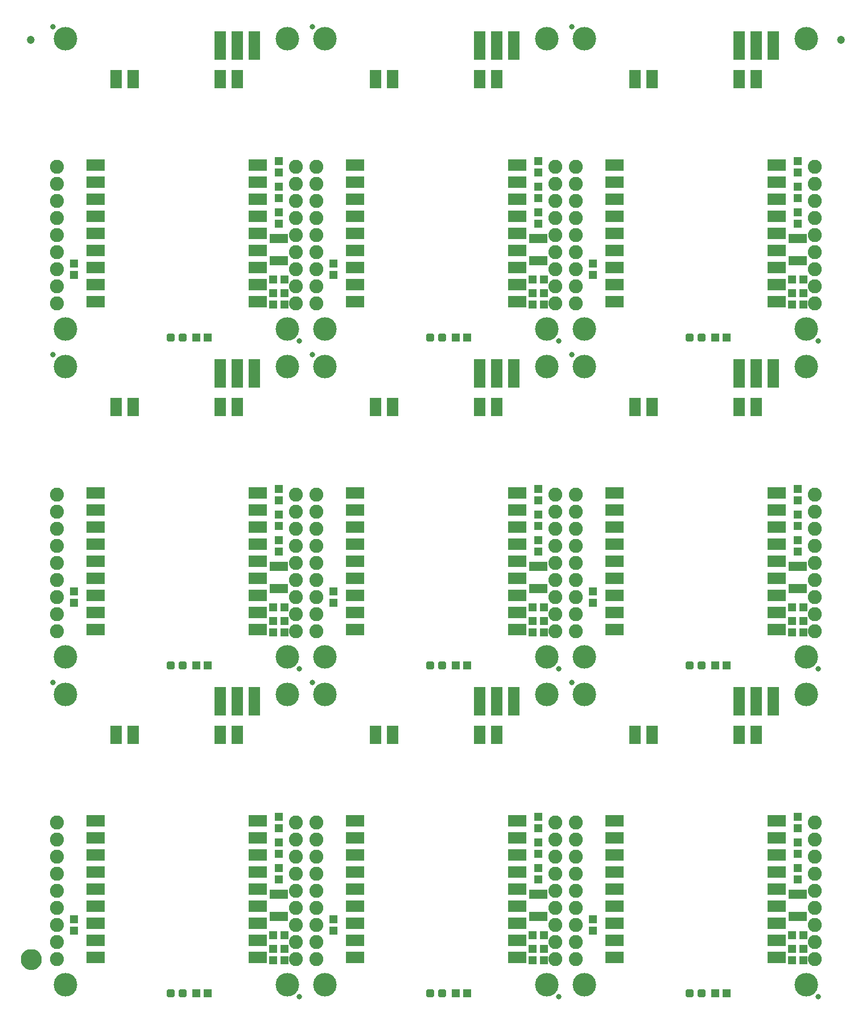
<source format=gts>
G04 EAGLE Gerber RS-274X export*
G75*
%MOMM*%
%FSLAX34Y34*%
%LPD*%
%INSoldermask Top*%
%IPPOS*%
%AMOC8*
5,1,8,0,0,1.08239X$1,22.5*%
G01*
%ADD10C,0.838200*%
%ADD11C,3.505200*%
%ADD12R,1.303200X1.203200*%
%ADD13C,0.505344*%
%ADD14R,2.703200X1.703200*%
%ADD15R,1.703200X2.703200*%
%ADD16R,1.203200X1.303200*%
%ADD17R,1.703200X4.203200*%
%ADD18R,2.703200X1.403200*%
%ADD19C,2.082800*%
%ADD20C,1.203200*%
%ADD21C,1.270000*%
%ADD22C,1.703200*%


D10*
X373380Y7620D03*
X6350Y474980D03*
D11*
X25400Y457200D03*
X25400Y25400D03*
X355600Y457200D03*
X355600Y25400D03*
D12*
X334400Y62230D03*
X351400Y62230D03*
X334400Y78740D03*
X351400Y78740D03*
X334400Y99060D03*
X351400Y99060D03*
D13*
X185220Y16190D02*
X185220Y9210D01*
X178240Y9210D01*
X178240Y16190D01*
X185220Y16190D01*
X185220Y14010D02*
X178240Y14010D01*
X202760Y16190D02*
X202760Y9210D01*
X195780Y9210D01*
X195780Y16190D01*
X202760Y16190D01*
X202760Y14010D02*
X195780Y14010D01*
D14*
X69500Y65900D03*
X69500Y91300D03*
X69500Y116700D03*
X69500Y142100D03*
X69500Y167500D03*
X69500Y192900D03*
X69500Y218300D03*
X69500Y243700D03*
X69500Y269100D03*
X311500Y65900D03*
X311500Y91300D03*
X311500Y116700D03*
X311500Y142100D03*
X311500Y167500D03*
X311500Y192900D03*
X311500Y218300D03*
X311500Y243700D03*
X311500Y269100D03*
D15*
X280500Y396900D03*
X255100Y396900D03*
X125900Y396900D03*
X100500Y396900D03*
D16*
X38100Y105800D03*
X38100Y122800D03*
D17*
X255270Y447040D03*
X280670Y447040D03*
X306070Y447040D03*
D16*
X342900Y199000D03*
X342900Y182000D03*
X342900Y275200D03*
X342900Y258200D03*
X342900Y237100D03*
X342900Y220100D03*
D12*
X220100Y12700D03*
X237100Y12700D03*
D18*
X342900Y160010D03*
X342900Y127010D03*
D19*
X368300Y266700D03*
X368300Y241300D03*
X368300Y215900D03*
X368300Y190500D03*
X368300Y165100D03*
X368300Y139700D03*
X368300Y114300D03*
X368300Y88900D03*
X368300Y63500D03*
X12700Y266700D03*
X12700Y241300D03*
X12700Y215900D03*
X12700Y190500D03*
X12700Y165100D03*
X12700Y139700D03*
X12700Y114300D03*
X12700Y88900D03*
X12700Y63500D03*
D10*
X759460Y7620D03*
X392430Y474980D03*
D11*
X411480Y457200D03*
X411480Y25400D03*
X741680Y457200D03*
X741680Y25400D03*
D12*
X720480Y62230D03*
X737480Y62230D03*
X720480Y78740D03*
X737480Y78740D03*
X720480Y99060D03*
X737480Y99060D03*
D13*
X571300Y16190D02*
X571300Y9210D01*
X564320Y9210D01*
X564320Y16190D01*
X571300Y16190D01*
X571300Y14010D02*
X564320Y14010D01*
X588840Y16190D02*
X588840Y9210D01*
X581860Y9210D01*
X581860Y16190D01*
X588840Y16190D01*
X588840Y14010D02*
X581860Y14010D01*
D14*
X455580Y65900D03*
X455580Y91300D03*
X455580Y116700D03*
X455580Y142100D03*
X455580Y167500D03*
X455580Y192900D03*
X455580Y218300D03*
X455580Y243700D03*
X455580Y269100D03*
X697580Y65900D03*
X697580Y91300D03*
X697580Y116700D03*
X697580Y142100D03*
X697580Y167500D03*
X697580Y192900D03*
X697580Y218300D03*
X697580Y243700D03*
X697580Y269100D03*
D15*
X666580Y396900D03*
X641180Y396900D03*
X511980Y396900D03*
X486580Y396900D03*
D16*
X424180Y105800D03*
X424180Y122800D03*
D17*
X641350Y447040D03*
X666750Y447040D03*
X692150Y447040D03*
D16*
X728980Y199000D03*
X728980Y182000D03*
X728980Y275200D03*
X728980Y258200D03*
X728980Y237100D03*
X728980Y220100D03*
D12*
X606180Y12700D03*
X623180Y12700D03*
D18*
X728980Y160010D03*
X728980Y127010D03*
D19*
X754380Y266700D03*
X754380Y241300D03*
X754380Y215900D03*
X754380Y190500D03*
X754380Y165100D03*
X754380Y139700D03*
X754380Y114300D03*
X754380Y88900D03*
X754380Y63500D03*
X398780Y266700D03*
X398780Y241300D03*
X398780Y215900D03*
X398780Y190500D03*
X398780Y165100D03*
X398780Y139700D03*
X398780Y114300D03*
X398780Y88900D03*
X398780Y63500D03*
D10*
X1145540Y7620D03*
X778510Y474980D03*
D11*
X797560Y457200D03*
X797560Y25400D03*
X1127760Y457200D03*
X1127760Y25400D03*
D12*
X1106560Y62230D03*
X1123560Y62230D03*
X1106560Y78740D03*
X1123560Y78740D03*
X1106560Y99060D03*
X1123560Y99060D03*
D13*
X957380Y16190D02*
X957380Y9210D01*
X950400Y9210D01*
X950400Y16190D01*
X957380Y16190D01*
X957380Y14010D02*
X950400Y14010D01*
X974920Y16190D02*
X974920Y9210D01*
X967940Y9210D01*
X967940Y16190D01*
X974920Y16190D01*
X974920Y14010D02*
X967940Y14010D01*
D14*
X841660Y65900D03*
X841660Y91300D03*
X841660Y116700D03*
X841660Y142100D03*
X841660Y167500D03*
X841660Y192900D03*
X841660Y218300D03*
X841660Y243700D03*
X841660Y269100D03*
X1083660Y65900D03*
X1083660Y91300D03*
X1083660Y116700D03*
X1083660Y142100D03*
X1083660Y167500D03*
X1083660Y192900D03*
X1083660Y218300D03*
X1083660Y243700D03*
X1083660Y269100D03*
D15*
X1052660Y396900D03*
X1027260Y396900D03*
X898060Y396900D03*
X872660Y396900D03*
D16*
X810260Y105800D03*
X810260Y122800D03*
D17*
X1027430Y447040D03*
X1052830Y447040D03*
X1078230Y447040D03*
D16*
X1115060Y199000D03*
X1115060Y182000D03*
X1115060Y275200D03*
X1115060Y258200D03*
X1115060Y237100D03*
X1115060Y220100D03*
D12*
X992260Y12700D03*
X1009260Y12700D03*
D18*
X1115060Y160010D03*
X1115060Y127010D03*
D19*
X1140460Y266700D03*
X1140460Y241300D03*
X1140460Y215900D03*
X1140460Y190500D03*
X1140460Y165100D03*
X1140460Y139700D03*
X1140460Y114300D03*
X1140460Y88900D03*
X1140460Y63500D03*
X784860Y266700D03*
X784860Y241300D03*
X784860Y215900D03*
X784860Y190500D03*
X784860Y165100D03*
X784860Y139700D03*
X784860Y114300D03*
X784860Y88900D03*
X784860Y63500D03*
D10*
X373380Y495300D03*
X6350Y962660D03*
D11*
X25400Y944880D03*
X25400Y513080D03*
X355600Y944880D03*
X355600Y513080D03*
D12*
X334400Y549910D03*
X351400Y549910D03*
X334400Y566420D03*
X351400Y566420D03*
X334400Y586740D03*
X351400Y586740D03*
D13*
X185220Y503870D02*
X185220Y496890D01*
X178240Y496890D01*
X178240Y503870D01*
X185220Y503870D01*
X185220Y501690D02*
X178240Y501690D01*
X202760Y503870D02*
X202760Y496890D01*
X195780Y496890D01*
X195780Y503870D01*
X202760Y503870D01*
X202760Y501690D02*
X195780Y501690D01*
D14*
X69500Y553580D03*
X69500Y578980D03*
X69500Y604380D03*
X69500Y629780D03*
X69500Y655180D03*
X69500Y680580D03*
X69500Y705980D03*
X69500Y731380D03*
X69500Y756780D03*
X311500Y553580D03*
X311500Y578980D03*
X311500Y604380D03*
X311500Y629780D03*
X311500Y655180D03*
X311500Y680580D03*
X311500Y705980D03*
X311500Y731380D03*
X311500Y756780D03*
D15*
X280500Y884580D03*
X255100Y884580D03*
X125900Y884580D03*
X100500Y884580D03*
D16*
X38100Y593480D03*
X38100Y610480D03*
D17*
X255270Y934720D03*
X280670Y934720D03*
X306070Y934720D03*
D16*
X342900Y686680D03*
X342900Y669680D03*
X342900Y762880D03*
X342900Y745880D03*
X342900Y724780D03*
X342900Y707780D03*
D12*
X220100Y500380D03*
X237100Y500380D03*
D18*
X342900Y647690D03*
X342900Y614690D03*
D19*
X368300Y754380D03*
X368300Y728980D03*
X368300Y703580D03*
X368300Y678180D03*
X368300Y652780D03*
X368300Y627380D03*
X368300Y601980D03*
X368300Y576580D03*
X368300Y551180D03*
X12700Y754380D03*
X12700Y728980D03*
X12700Y703580D03*
X12700Y678180D03*
X12700Y652780D03*
X12700Y627380D03*
X12700Y601980D03*
X12700Y576580D03*
X12700Y551180D03*
D10*
X759460Y495300D03*
X392430Y962660D03*
D11*
X411480Y944880D03*
X411480Y513080D03*
X741680Y944880D03*
X741680Y513080D03*
D12*
X720480Y549910D03*
X737480Y549910D03*
X720480Y566420D03*
X737480Y566420D03*
X720480Y586740D03*
X737480Y586740D03*
D13*
X571300Y503870D02*
X571300Y496890D01*
X564320Y496890D01*
X564320Y503870D01*
X571300Y503870D01*
X571300Y501690D02*
X564320Y501690D01*
X588840Y503870D02*
X588840Y496890D01*
X581860Y496890D01*
X581860Y503870D01*
X588840Y503870D01*
X588840Y501690D02*
X581860Y501690D01*
D14*
X455580Y553580D03*
X455580Y578980D03*
X455580Y604380D03*
X455580Y629780D03*
X455580Y655180D03*
X455580Y680580D03*
X455580Y705980D03*
X455580Y731380D03*
X455580Y756780D03*
X697580Y553580D03*
X697580Y578980D03*
X697580Y604380D03*
X697580Y629780D03*
X697580Y655180D03*
X697580Y680580D03*
X697580Y705980D03*
X697580Y731380D03*
X697580Y756780D03*
D15*
X666580Y884580D03*
X641180Y884580D03*
X511980Y884580D03*
X486580Y884580D03*
D16*
X424180Y593480D03*
X424180Y610480D03*
D17*
X641350Y934720D03*
X666750Y934720D03*
X692150Y934720D03*
D16*
X728980Y686680D03*
X728980Y669680D03*
X728980Y762880D03*
X728980Y745880D03*
X728980Y724780D03*
X728980Y707780D03*
D12*
X606180Y500380D03*
X623180Y500380D03*
D18*
X728980Y647690D03*
X728980Y614690D03*
D19*
X754380Y754380D03*
X754380Y728980D03*
X754380Y703580D03*
X754380Y678180D03*
X754380Y652780D03*
X754380Y627380D03*
X754380Y601980D03*
X754380Y576580D03*
X754380Y551180D03*
X398780Y754380D03*
X398780Y728980D03*
X398780Y703580D03*
X398780Y678180D03*
X398780Y652780D03*
X398780Y627380D03*
X398780Y601980D03*
X398780Y576580D03*
X398780Y551180D03*
D10*
X1145540Y495300D03*
X778510Y962660D03*
D11*
X797560Y944880D03*
X797560Y513080D03*
X1127760Y944880D03*
X1127760Y513080D03*
D12*
X1106560Y549910D03*
X1123560Y549910D03*
X1106560Y566420D03*
X1123560Y566420D03*
X1106560Y586740D03*
X1123560Y586740D03*
D13*
X957380Y503870D02*
X957380Y496890D01*
X950400Y496890D01*
X950400Y503870D01*
X957380Y503870D01*
X957380Y501690D02*
X950400Y501690D01*
X974920Y503870D02*
X974920Y496890D01*
X967940Y496890D01*
X967940Y503870D01*
X974920Y503870D01*
X974920Y501690D02*
X967940Y501690D01*
D14*
X841660Y553580D03*
X841660Y578980D03*
X841660Y604380D03*
X841660Y629780D03*
X841660Y655180D03*
X841660Y680580D03*
X841660Y705980D03*
X841660Y731380D03*
X841660Y756780D03*
X1083660Y553580D03*
X1083660Y578980D03*
X1083660Y604380D03*
X1083660Y629780D03*
X1083660Y655180D03*
X1083660Y680580D03*
X1083660Y705980D03*
X1083660Y731380D03*
X1083660Y756780D03*
D15*
X1052660Y884580D03*
X1027260Y884580D03*
X898060Y884580D03*
X872660Y884580D03*
D16*
X810260Y593480D03*
X810260Y610480D03*
D17*
X1027430Y934720D03*
X1052830Y934720D03*
X1078230Y934720D03*
D16*
X1115060Y686680D03*
X1115060Y669680D03*
X1115060Y762880D03*
X1115060Y745880D03*
X1115060Y724780D03*
X1115060Y707780D03*
D12*
X992260Y500380D03*
X1009260Y500380D03*
D18*
X1115060Y647690D03*
X1115060Y614690D03*
D19*
X1140460Y754380D03*
X1140460Y728980D03*
X1140460Y703580D03*
X1140460Y678180D03*
X1140460Y652780D03*
X1140460Y627380D03*
X1140460Y601980D03*
X1140460Y576580D03*
X1140460Y551180D03*
X784860Y754380D03*
X784860Y728980D03*
X784860Y703580D03*
X784860Y678180D03*
X784860Y652780D03*
X784860Y627380D03*
X784860Y601980D03*
X784860Y576580D03*
X784860Y551180D03*
D10*
X373380Y982980D03*
X6350Y1450340D03*
D11*
X25400Y1432560D03*
X25400Y1000760D03*
X355600Y1432560D03*
X355600Y1000760D03*
D12*
X334400Y1037590D03*
X351400Y1037590D03*
X334400Y1054100D03*
X351400Y1054100D03*
X334400Y1074420D03*
X351400Y1074420D03*
D13*
X185220Y991550D02*
X185220Y984570D01*
X178240Y984570D01*
X178240Y991550D01*
X185220Y991550D01*
X185220Y989370D02*
X178240Y989370D01*
X202760Y991550D02*
X202760Y984570D01*
X195780Y984570D01*
X195780Y991550D01*
X202760Y991550D01*
X202760Y989370D02*
X195780Y989370D01*
D14*
X69500Y1041260D03*
X69500Y1066660D03*
X69500Y1092060D03*
X69500Y1117460D03*
X69500Y1142860D03*
X69500Y1168260D03*
X69500Y1193660D03*
X69500Y1219060D03*
X69500Y1244460D03*
X311500Y1041260D03*
X311500Y1066660D03*
X311500Y1092060D03*
X311500Y1117460D03*
X311500Y1142860D03*
X311500Y1168260D03*
X311500Y1193660D03*
X311500Y1219060D03*
X311500Y1244460D03*
D15*
X280500Y1372260D03*
X255100Y1372260D03*
X125900Y1372260D03*
X100500Y1372260D03*
D16*
X38100Y1081160D03*
X38100Y1098160D03*
D17*
X255270Y1422400D03*
X280670Y1422400D03*
X306070Y1422400D03*
D16*
X342900Y1174360D03*
X342900Y1157360D03*
X342900Y1250560D03*
X342900Y1233560D03*
X342900Y1212460D03*
X342900Y1195460D03*
D12*
X220100Y988060D03*
X237100Y988060D03*
D18*
X342900Y1135370D03*
X342900Y1102370D03*
D19*
X368300Y1242060D03*
X368300Y1216660D03*
X368300Y1191260D03*
X368300Y1165860D03*
X368300Y1140460D03*
X368300Y1115060D03*
X368300Y1089660D03*
X368300Y1064260D03*
X368300Y1038860D03*
X12700Y1242060D03*
X12700Y1216660D03*
X12700Y1191260D03*
X12700Y1165860D03*
X12700Y1140460D03*
X12700Y1115060D03*
X12700Y1089660D03*
X12700Y1064260D03*
X12700Y1038860D03*
D10*
X759460Y982980D03*
X392430Y1450340D03*
D11*
X411480Y1432560D03*
X411480Y1000760D03*
X741680Y1432560D03*
X741680Y1000760D03*
D12*
X720480Y1037590D03*
X737480Y1037590D03*
X720480Y1054100D03*
X737480Y1054100D03*
X720480Y1074420D03*
X737480Y1074420D03*
D13*
X571300Y991550D02*
X571300Y984570D01*
X564320Y984570D01*
X564320Y991550D01*
X571300Y991550D01*
X571300Y989370D02*
X564320Y989370D01*
X588840Y991550D02*
X588840Y984570D01*
X581860Y984570D01*
X581860Y991550D01*
X588840Y991550D01*
X588840Y989370D02*
X581860Y989370D01*
D14*
X455580Y1041260D03*
X455580Y1066660D03*
X455580Y1092060D03*
X455580Y1117460D03*
X455580Y1142860D03*
X455580Y1168260D03*
X455580Y1193660D03*
X455580Y1219060D03*
X455580Y1244460D03*
X697580Y1041260D03*
X697580Y1066660D03*
X697580Y1092060D03*
X697580Y1117460D03*
X697580Y1142860D03*
X697580Y1168260D03*
X697580Y1193660D03*
X697580Y1219060D03*
X697580Y1244460D03*
D15*
X666580Y1372260D03*
X641180Y1372260D03*
X511980Y1372260D03*
X486580Y1372260D03*
D16*
X424180Y1081160D03*
X424180Y1098160D03*
D17*
X641350Y1422400D03*
X666750Y1422400D03*
X692150Y1422400D03*
D16*
X728980Y1174360D03*
X728980Y1157360D03*
X728980Y1250560D03*
X728980Y1233560D03*
X728980Y1212460D03*
X728980Y1195460D03*
D12*
X606180Y988060D03*
X623180Y988060D03*
D18*
X728980Y1135370D03*
X728980Y1102370D03*
D19*
X754380Y1242060D03*
X754380Y1216660D03*
X754380Y1191260D03*
X754380Y1165860D03*
X754380Y1140460D03*
X754380Y1115060D03*
X754380Y1089660D03*
X754380Y1064260D03*
X754380Y1038860D03*
X398780Y1242060D03*
X398780Y1216660D03*
X398780Y1191260D03*
X398780Y1165860D03*
X398780Y1140460D03*
X398780Y1115060D03*
X398780Y1089660D03*
X398780Y1064260D03*
X398780Y1038860D03*
D10*
X1145540Y982980D03*
X778510Y1450340D03*
D11*
X797560Y1432560D03*
X797560Y1000760D03*
X1127760Y1432560D03*
X1127760Y1000760D03*
D12*
X1106560Y1037590D03*
X1123560Y1037590D03*
X1106560Y1054100D03*
X1123560Y1054100D03*
X1106560Y1074420D03*
X1123560Y1074420D03*
D13*
X957380Y991550D02*
X957380Y984570D01*
X950400Y984570D01*
X950400Y991550D01*
X957380Y991550D01*
X957380Y989370D02*
X950400Y989370D01*
X974920Y991550D02*
X974920Y984570D01*
X967940Y984570D01*
X967940Y991550D01*
X974920Y991550D01*
X974920Y989370D02*
X967940Y989370D01*
D14*
X841660Y1041260D03*
X841660Y1066660D03*
X841660Y1092060D03*
X841660Y1117460D03*
X841660Y1142860D03*
X841660Y1168260D03*
X841660Y1193660D03*
X841660Y1219060D03*
X841660Y1244460D03*
X1083660Y1041260D03*
X1083660Y1066660D03*
X1083660Y1092060D03*
X1083660Y1117460D03*
X1083660Y1142860D03*
X1083660Y1168260D03*
X1083660Y1193660D03*
X1083660Y1219060D03*
X1083660Y1244460D03*
D15*
X1052660Y1372260D03*
X1027260Y1372260D03*
X898060Y1372260D03*
X872660Y1372260D03*
D16*
X810260Y1081160D03*
X810260Y1098160D03*
D17*
X1027430Y1422400D03*
X1052830Y1422400D03*
X1078230Y1422400D03*
D16*
X1115060Y1174360D03*
X1115060Y1157360D03*
X1115060Y1250560D03*
X1115060Y1233560D03*
X1115060Y1212460D03*
X1115060Y1195460D03*
D12*
X992260Y988060D03*
X1009260Y988060D03*
D18*
X1115060Y1135370D03*
X1115060Y1102370D03*
D19*
X1140460Y1242060D03*
X1140460Y1216660D03*
X1140460Y1191260D03*
X1140460Y1165860D03*
X1140460Y1140460D03*
X1140460Y1115060D03*
X1140460Y1089660D03*
X1140460Y1064260D03*
X1140460Y1038860D03*
X784860Y1242060D03*
X784860Y1216660D03*
X784860Y1191260D03*
X784860Y1165860D03*
X784860Y1140460D03*
X784860Y1115060D03*
X784860Y1089660D03*
X784860Y1064260D03*
X784860Y1038860D03*
D20*
X-26238Y1431290D03*
X1179398Y1431290D03*
D21*
X-35293Y63500D02*
X-35290Y63722D01*
X-35282Y63944D01*
X-35268Y64166D01*
X-35249Y64388D01*
X-35225Y64608D01*
X-35195Y64829D01*
X-35160Y65048D01*
X-35119Y65267D01*
X-35073Y65484D01*
X-35022Y65700D01*
X-34965Y65915D01*
X-34903Y66129D01*
X-34836Y66340D01*
X-34764Y66551D01*
X-34686Y66759D01*
X-34604Y66965D01*
X-34516Y67169D01*
X-34424Y67372D01*
X-34326Y67571D01*
X-34224Y67768D01*
X-34117Y67963D01*
X-34005Y68155D01*
X-33888Y68344D01*
X-33767Y68531D01*
X-33641Y68714D01*
X-33511Y68894D01*
X-33376Y69071D01*
X-33238Y69244D01*
X-33095Y69414D01*
X-32947Y69581D01*
X-32796Y69744D01*
X-32641Y69903D01*
X-32482Y70058D01*
X-32319Y70209D01*
X-32152Y70357D01*
X-31982Y70500D01*
X-31809Y70638D01*
X-31632Y70773D01*
X-31452Y70903D01*
X-31269Y71029D01*
X-31082Y71150D01*
X-30893Y71267D01*
X-30701Y71379D01*
X-30506Y71486D01*
X-30309Y71588D01*
X-30110Y71686D01*
X-29907Y71778D01*
X-29703Y71866D01*
X-29497Y71948D01*
X-29289Y72026D01*
X-29078Y72098D01*
X-28867Y72165D01*
X-28653Y72227D01*
X-28438Y72284D01*
X-28222Y72335D01*
X-28005Y72381D01*
X-27786Y72422D01*
X-27567Y72457D01*
X-27346Y72487D01*
X-27126Y72511D01*
X-26904Y72530D01*
X-26682Y72544D01*
X-26460Y72552D01*
X-26238Y72555D01*
X-26016Y72552D01*
X-25794Y72544D01*
X-25572Y72530D01*
X-25350Y72511D01*
X-25130Y72487D01*
X-24909Y72457D01*
X-24690Y72422D01*
X-24471Y72381D01*
X-24254Y72335D01*
X-24038Y72284D01*
X-23823Y72227D01*
X-23609Y72165D01*
X-23398Y72098D01*
X-23187Y72026D01*
X-22979Y71948D01*
X-22773Y71866D01*
X-22569Y71778D01*
X-22366Y71686D01*
X-22167Y71588D01*
X-21970Y71486D01*
X-21775Y71379D01*
X-21583Y71267D01*
X-21394Y71150D01*
X-21207Y71029D01*
X-21024Y70903D01*
X-20844Y70773D01*
X-20667Y70638D01*
X-20494Y70500D01*
X-20324Y70357D01*
X-20157Y70209D01*
X-19994Y70058D01*
X-19835Y69903D01*
X-19680Y69744D01*
X-19529Y69581D01*
X-19381Y69414D01*
X-19238Y69244D01*
X-19100Y69071D01*
X-18965Y68894D01*
X-18835Y68714D01*
X-18709Y68531D01*
X-18588Y68344D01*
X-18471Y68155D01*
X-18359Y67963D01*
X-18252Y67768D01*
X-18150Y67571D01*
X-18052Y67372D01*
X-17960Y67169D01*
X-17872Y66965D01*
X-17790Y66759D01*
X-17712Y66551D01*
X-17640Y66340D01*
X-17573Y66129D01*
X-17511Y65915D01*
X-17454Y65700D01*
X-17403Y65484D01*
X-17357Y65267D01*
X-17316Y65048D01*
X-17281Y64829D01*
X-17251Y64608D01*
X-17227Y64388D01*
X-17208Y64166D01*
X-17194Y63944D01*
X-17186Y63722D01*
X-17183Y63500D01*
X-17186Y63278D01*
X-17194Y63056D01*
X-17208Y62834D01*
X-17227Y62612D01*
X-17251Y62392D01*
X-17281Y62171D01*
X-17316Y61952D01*
X-17357Y61733D01*
X-17403Y61516D01*
X-17454Y61300D01*
X-17511Y61085D01*
X-17573Y60871D01*
X-17640Y60660D01*
X-17712Y60449D01*
X-17790Y60241D01*
X-17872Y60035D01*
X-17960Y59831D01*
X-18052Y59628D01*
X-18150Y59429D01*
X-18252Y59232D01*
X-18359Y59037D01*
X-18471Y58845D01*
X-18588Y58656D01*
X-18709Y58469D01*
X-18835Y58286D01*
X-18965Y58106D01*
X-19100Y57929D01*
X-19238Y57756D01*
X-19381Y57586D01*
X-19529Y57419D01*
X-19680Y57256D01*
X-19835Y57097D01*
X-19994Y56942D01*
X-20157Y56791D01*
X-20324Y56643D01*
X-20494Y56500D01*
X-20667Y56362D01*
X-20844Y56227D01*
X-21024Y56097D01*
X-21207Y55971D01*
X-21394Y55850D01*
X-21583Y55733D01*
X-21775Y55621D01*
X-21970Y55514D01*
X-22167Y55412D01*
X-22366Y55314D01*
X-22569Y55222D01*
X-22773Y55134D01*
X-22979Y55052D01*
X-23187Y54974D01*
X-23398Y54902D01*
X-23609Y54835D01*
X-23823Y54773D01*
X-24038Y54716D01*
X-24254Y54665D01*
X-24471Y54619D01*
X-24690Y54578D01*
X-24909Y54543D01*
X-25130Y54513D01*
X-25350Y54489D01*
X-25572Y54470D01*
X-25794Y54456D01*
X-26016Y54448D01*
X-26238Y54445D01*
X-26460Y54448D01*
X-26682Y54456D01*
X-26904Y54470D01*
X-27126Y54489D01*
X-27346Y54513D01*
X-27567Y54543D01*
X-27786Y54578D01*
X-28005Y54619D01*
X-28222Y54665D01*
X-28438Y54716D01*
X-28653Y54773D01*
X-28867Y54835D01*
X-29078Y54902D01*
X-29289Y54974D01*
X-29497Y55052D01*
X-29703Y55134D01*
X-29907Y55222D01*
X-30110Y55314D01*
X-30309Y55412D01*
X-30506Y55514D01*
X-30701Y55621D01*
X-30893Y55733D01*
X-31082Y55850D01*
X-31269Y55971D01*
X-31452Y56097D01*
X-31632Y56227D01*
X-31809Y56362D01*
X-31982Y56500D01*
X-32152Y56643D01*
X-32319Y56791D01*
X-32482Y56942D01*
X-32641Y57097D01*
X-32796Y57256D01*
X-32947Y57419D01*
X-33095Y57586D01*
X-33238Y57756D01*
X-33376Y57929D01*
X-33511Y58106D01*
X-33641Y58286D01*
X-33767Y58469D01*
X-33888Y58656D01*
X-34005Y58845D01*
X-34117Y59037D01*
X-34224Y59232D01*
X-34326Y59429D01*
X-34424Y59628D01*
X-34516Y59831D01*
X-34604Y60035D01*
X-34686Y60241D01*
X-34764Y60449D01*
X-34836Y60660D01*
X-34903Y60871D01*
X-34965Y61085D01*
X-35022Y61300D01*
X-35073Y61516D01*
X-35119Y61733D01*
X-35160Y61952D01*
X-35195Y62171D01*
X-35225Y62392D01*
X-35249Y62612D01*
X-35268Y62834D01*
X-35282Y63056D01*
X-35290Y63278D01*
X-35293Y63500D01*
D22*
X-26238Y63500D03*
M02*

</source>
